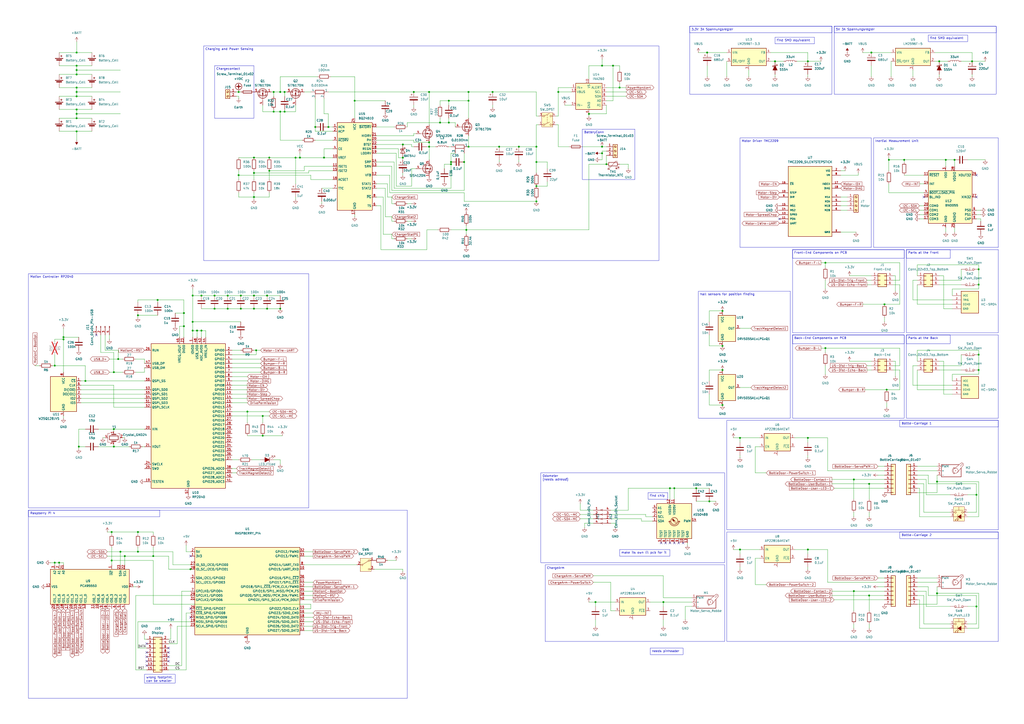
<source format=kicad_sch>
(kicad_sch
	(version 20231120)
	(generator "eeschema")
	(generator_version "8.0")
	(uuid "10e9ed1f-81fe-4a04-a219-cef72219a4ee")
	(paper "A2")
	
	(junction
		(at 429.26 318.77)
		(diameter 0)
		(color 0 0 0 0)
		(uuid "03268f60-248c-430f-9a48-def6cb6c976e")
	)
	(junction
		(at 148.59 203.2)
		(diameter 0)
		(color 0 0 0 0)
		(uuid "04234bed-4ba9-40ef-ac16-7d8ec800186b")
	)
	(junction
		(at 410.21 30.48)
		(diameter 0)
		(color 0 0 0 0)
		(uuid "06870aa4-4c9b-477d-9f05-4ca4de8f6a4d")
	)
	(junction
		(at 147.32 91.44)
		(diameter 0)
		(color 0 0 0 0)
		(uuid "078e93f4-ef9b-4a26-8fc8-7cb6440c9d83")
	)
	(junction
		(at 44.45 50.8)
		(diameter 0)
		(color 0 0 0 0)
		(uuid "083aae67-81c3-4ec2-bf4a-336ec22f72e9")
	)
	(junction
		(at 567.69 156.21)
		(diameter 0)
		(color 0 0 0 0)
		(uuid "0a9bdb1e-9b3a-41f4-835f-eeec191ae320")
	)
	(junction
		(at 138.43 53.34)
		(diameter 0)
		(color 0 0 0 0)
		(uuid "0c36acff-a6fa-4aad-8de9-5a58c137780b")
	)
	(junction
		(at 205.74 58.42)
		(diameter 0)
		(color 0 0 0 0)
		(uuid "0fa84823-55a1-466b-9cc3-bd54f6acb385")
	)
	(junction
		(at 514.35 226.06)
		(diameter 0)
		(color 0 0 0 0)
		(uuid "1164d9f6-d69f-4765-bfe4-5ec41bb5ffc7")
	)
	(junction
		(at 270.51 133.35)
		(diameter 0)
		(color 0 0 0 0)
		(uuid "1591bc0a-595e-4743-a95b-031ef01c08e6")
	)
	(junction
		(at 248.92 53.34)
		(diameter 0)
		(color 0 0 0 0)
		(uuid "1679ec30-b595-4bc8-847c-00c67a55e84a")
	)
	(junction
		(at 411.48 290.83)
		(diameter 0)
		(color 0 0 0 0)
		(uuid "1b8fa2c7-fa8e-4998-809b-20561d475fbb")
	)
	(junction
		(at 36.83 195.58)
		(diameter 0)
		(color 0 0 0 0)
		(uuid "21be0d6d-08dd-4c6b-8dde-b3409b7daccd")
	)
	(junction
		(at 91.44 173.99)
		(diameter 0)
		(color 0 0 0 0)
		(uuid "22a4d2dd-f848-4193-8541-955420f6e17d")
	)
	(junction
		(at 44.45 68.58)
		(diameter 0)
		(color 0 0 0 0)
		(uuid "2421b6f1-9351-4b09-9d81-3293799c07ca")
	)
	(junction
		(at 543.56 279.4)
		(diameter 0)
		(color 0 0 0 0)
		(uuid "25fc08dd-dbcb-4986-8d99-a9d615e74609")
	)
	(junction
		(at 44.45 30.48)
		(diameter 0)
		(color 0 0 0 0)
		(uuid "265fbd34-c236-4afc-b472-ab5f7b1865f2")
	)
	(junction
		(at 64.77 325.12)
		(diameter 0)
		(color 0 0 0 0)
		(uuid "277e0764-7927-4216-849d-6bc3b8e09a44")
	)
	(junction
		(at 139.7 179.07)
		(diameter 0)
		(color 0 0 0 0)
		(uuid "29426718-41a1-4fab-a69c-de55200420f5")
	)
	(junction
		(at 44.45 43.18)
		(diameter 0)
		(color 0 0 0 0)
		(uuid "29b5096b-a417-4d8d-8959-38c8fd1009d5")
	)
	(junction
		(at 173.99 91.44)
		(diameter 0)
		(color 0 0 0 0)
		(uuid "2b369410-99bd-4582-9d81-3d76128a213a")
	)
	(junction
		(at 80.01 182.88)
		(diameter 0)
		(color 0 0 0 0)
		(uuid "2d0abeda-aac0-4388-a19d-3bc6f581aa05")
	)
	(junction
		(at 44.45 76.2)
		(diameter 0)
		(color 0 0 0 0)
		(uuid "2d1447b9-e1f8-416e-9e68-2f3a93be7887")
	)
	(junction
		(at 116.84 191.77)
		(diameter 0)
		(color 0 0 0 0)
		(uuid "2e7fad9a-09d7-4161-afc3-42855f89e07f")
	)
	(junction
		(at 187.96 91.44)
		(diameter 0)
		(color 0 0 0 0)
		(uuid "2fb5237e-5a20-44ce-8f36-963c438a2351")
	)
	(junction
		(at 147.32 179.07)
		(diameter 0)
		(color 0 0 0 0)
		(uuid "2fdf82e2-3891-4bd7-be3f-e7514a4bef5c")
	)
	(junction
		(at 311.15 85.09)
		(diameter 0)
		(color 0 0 0 0)
		(uuid "311f4d38-041f-4193-974d-1c83fbb67e88")
	)
	(junction
		(at 248.92 85.09)
		(diameter 0)
		(color 0 0 0 0)
		(uuid "35ac3a86-2b3b-4a03-adb1-0a5eb95a4bba")
	)
	(junction
		(at 124.46 179.07)
		(diameter 0)
		(color 0 0 0 0)
		(uuid "39a70374-4daf-4db7-bf38-bf4c46ca5dc6")
	)
	(junction
		(at 124.46 171.45)
		(diameter 0)
		(color 0 0 0 0)
		(uuid "3c018187-1d9c-4d03-8c02-29d04cab6f36")
	)
	(junction
		(at 88.9 322.58)
		(diameter 0)
		(color 0 0 0 0)
		(uuid "3ee83e4e-3370-4ed8-bcc6-114de62898d7")
	)
	(junction
		(at 349.25 38.1)
		(diameter 0)
		(color 0 0 0 0)
		(uuid "3eea0a00-3e9a-4c07-bf8c-cd1e7c4edf62")
	)
	(junction
		(at 147.32 100.33)
		(diameter 0)
		(color 0 0 0 0)
		(uuid "41cacee7-f5a4-4feb-90d3-5b89c79d1be2")
	)
	(junction
		(at 147.32 171.45)
		(diameter 0)
		(color 0 0 0 0)
		(uuid "451af065-1b1a-4969-88c6-18b12c3eaf4b")
	)
	(junction
		(at 513.08 176.53)
		(diameter 0)
		(color 0 0 0 0)
		(uuid "46e71d5b-0486-4156-82c5-6cd1b8ff00c5")
	)
	(junction
		(at 116.84 171.45)
		(diameter 0)
		(color 0 0 0 0)
		(uuid "470f61d3-5f15-44b3-9be8-d7ad98c6cb59")
	)
	(junction
		(at 419.1 234.95)
		(diameter 0)
		(color 0 0 0 0)
		(uuid "48971dba-eda7-491c-8cff-cff1d10cc4ba")
	)
	(junction
		(at 355.6 38.1)
		(diameter 0)
		(color 0 0 0 0)
		(uuid "4a08adb7-ea48-4326-a6c2-0515fd040642")
	)
	(junction
		(at 311.15 107.95)
		(diameter 0)
		(color 0 0 0 0)
		(uuid "4c87b946-ba01-4b69-b1a9-9e7e6044b062")
	)
	(junction
		(at 31.75 212.09)
		(diameter 0)
		(color 0 0 0 0)
		(uuid "4f324c9b-e82a-4655-af45-70ad70b76b07")
	)
	(junction
		(at 165.1 64.77)
		(diameter 0)
		(color 0 0 0 0)
		(uuid "4f5c7b81-43d6-4512-a1ff-f2767706b81b")
	)
	(junction
		(at 80.01 308.61)
		(diameter 0)
		(color 0 0 0 0)
		(uuid "4fafc432-26d7-4c70-844e-cbe5d393e13c")
	)
	(junction
		(at 68.58 208.28)
		(diameter 0)
		(color 0 0 0 0)
		(uuid "515f183c-9db6-4e5c-a04a-45e2e5b7cfce")
	)
	(junction
		(at 260.35 71.12)
		(diameter 0)
		(color 0 0 0 0)
		(uuid "51a07f6d-fef6-4ded-b7b5-940b5c2502f1")
	)
	(junction
		(at 563.88 35.56)
		(diameter 0)
		(color 0 0 0 0)
		(uuid "55e24700-a976-46b6-9a5e-322947c19269")
	)
	(junction
		(at 261.62 95.25)
		(diameter 0)
		(color 0 0 0 0)
		(uuid "5648a747-6913-4918-8ca5-acc9f5883311")
	)
	(junction
		(at 504.19 345.44)
		(diameter 0)
		(color 0 0 0 0)
		(uuid "57161dd7-66d7-4a82-9a79-eaa5c269842f")
	)
	(junction
		(at 419.1 214.63)
		(diameter 0)
		(color 0 0 0 0)
		(uuid "58941ba0-49a2-4b85-9a74-91b8353490af")
	)
	(junction
		(at 248.92 82.55)
		(diameter 0)
		(color 0 0 0 0)
		(uuid "594a1fa7-7f41-4e93-aa45-4e1c30e0c436")
	)
	(junction
		(at 567.69 214.63)
		(diameter 0)
		(color 0 0 0 0)
		(uuid "594cf67e-7a44-4414-8f11-a3da63be89bc")
	)
	(junction
		(at 255.27 71.12)
		(diameter 0)
		(color 0 0 0 0)
		(uuid "5cb3f681-a5b8-4722-b634-c4ebdba652ce")
	)
	(junction
		(at 548.64 92.71)
		(diameter 0)
		(color 0 0 0 0)
		(uuid "5eef07a4-476c-4d20-ab85-4e2f6966be7d")
	)
	(junction
		(at 419.1 180.34)
		(diameter 0)
		(color 0 0 0 0)
		(uuid "6897ca32-27ac-491f-81b3-db9981cbe5a5")
	)
	(junction
		(at 567.69 205.74)
		(diameter 0)
		(color 0 0 0 0)
		(uuid "6a3dc16e-cbd1-4799-aa60-2efd10351d35")
	)
	(junction
		(at 261.62 93.98)
		(diameter 0)
		(color 0 0 0 0)
		(uuid "6bda25a7-d433-4177-8a8c-e3ecc441d877")
	)
	(junction
		(at 111.76 191.77)
		(diameter 0)
		(color 0 0 0 0)
		(uuid "6d65149c-99e1-48b1-afd4-3fc0a4e61402")
	)
	(junction
		(at 311.15 93.98)
		(diameter 0)
		(color 0 0 0 0)
		(uuid "6ef56cb4-6ee0-4075-bb1b-a819c1239ddb")
	)
	(junction
		(at 44.45 66.04)
		(diameter 0)
		(color 0 0 0 0)
		(uuid "6f780dc5-431b-4107-8aa6-7a7b80f485db")
	)
	(junction
		(at 80.01 320.04)
		(diameter 0)
		(color 0 0 0 0)
		(uuid "7008afad-ebe6-4b0c-994b-1ffb34cb38c0")
	)
	(junction
		(at 495.3 278.13)
		(diameter 0)
		(color 0 0 0 0)
		(uuid "75888cbd-2c9c-44cc-a124-d721d5a43a54")
	)
	(junction
		(at 66.04 259.08)
		(diameter 0)
		(color 0 0 0 0)
		(uuid "75b73604-a04b-4e5e-8f2b-d7112a354c76")
	)
	(junction
		(at 152.4 252.73)
		(diameter 0)
		(color
... [511556 chars truncated]
</source>
